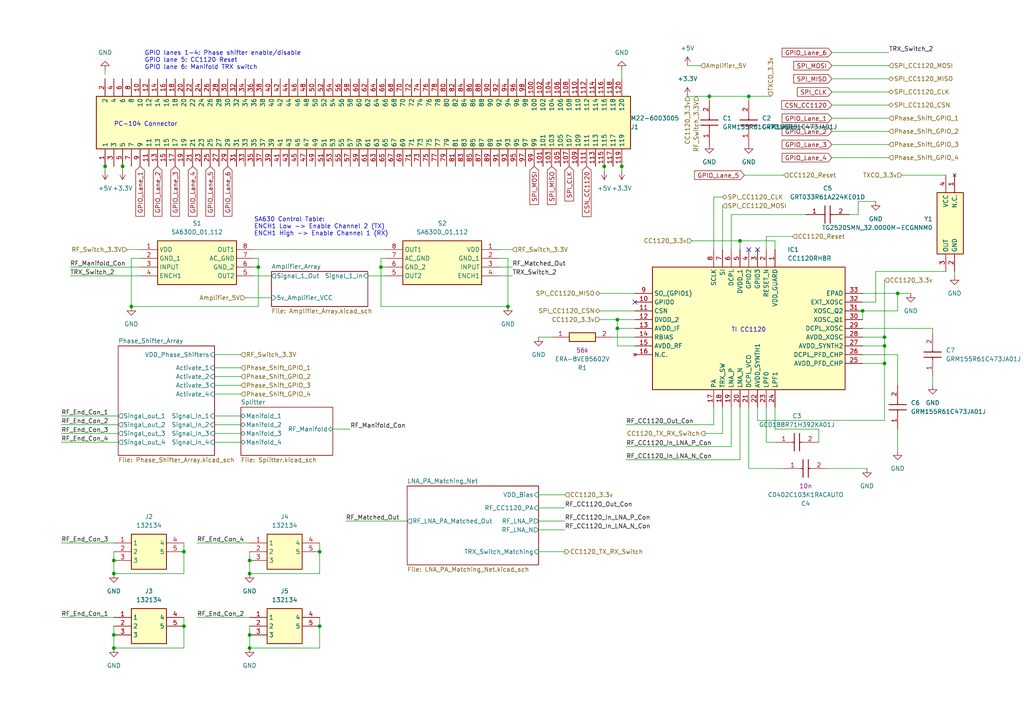
<source format=kicad_sch>
(kicad_sch (version 20230121) (generator eeschema)
  (paper "A4")
  (title_block (title "CAES Communications Subsystem Circuit") (date "2024-01-20") (rev "1.2") (company "Small Form Factor Sattellite Project / UTDesign"))
  (lib_symbols
    (symbol "Comms_system_parts:132134"
      (property "Reference" "J" (at 16.51 7.62 0))
      (property "Value" "132134" (at 16.51 5.08 0))
      (symbol "132134_1_1"
        (rectangle (start 5.08 2.54) (end 15.24 -7.62) (stroke (width 0.254)) (fill (type background)))
        (pin passive line (at 0 0 0) (length 5.08) (name "1") (number "1"))
        (pin passive line (at 0 -2.54 0) (length 5.08) (name "2") (number "2"))
        (pin passive line (at 0 -5.08 0) (length 5.08) (name "3") (number "3"))
        (pin passive line (at 20.32 0 180) (length 5.08) (name "4") (number "4"))
        (pin passive line (at 20.32 -2.54 180) (length 5.08) (name "5") (number "5"))
      )
    )
    (symbol "Comms_system_parts:C0402C103K1RACAUTO" (pin_names hide)
      (property "Reference" "C" (at 8.89 8.89 0))
      (property "Value" "C0402C103K1RACAUTO" (at 8.89 6.35 0))
      (property "C" "10n" (at 8.89 3.81 0))
      (symbol "C0402C103K1RACAUTO_1_1"
        (polyline (pts (xy 5.08 0) (xy 5.588 0)) (stroke (width 0.254)))
        (polyline (pts (xy 5.588 2.54) (xy 5.588 -2.54)) (stroke (width 0.254)))
        (polyline (pts (xy 7.112 0) (xy 7.62 0)) (stroke (width 0.254)))
        (polyline (pts (xy 7.112 2.54) (xy 7.112 -2.54)) (stroke (width 0.254)))
        (pin passive line (at 0 0 0) (length 5.08) (name "1") (number "1"))
        (pin passive line (at 12.7 0 180) (length 5.08) (name "2") (number "2"))
      )
    )
    (symbol "Comms_system_parts:CC1120RHBR"
      (property "Reference" "IC" (at 41.91 25.4 0))
      (property "Value" "CC1120RHBR" (at 41.91 22.86 0))
      (symbol "CC1120RHBR_1_1"
        (rectangle (start 5.08 20.32) (end 40.64 -35.56) (stroke (width 0.254)) (fill (type background)))
        (pin passive line (at 0 0 0) (length 5.08) (name "VDD_GUARD") (number "1"))
        (pin passive line (at 15.24 -40.64 90) (length 5.08) (name "GPIO0") (number "10"))
        (pin passive line (at 17.78 -40.64 90) (length 5.08) (name "CSN") (number "11"))
        (pin passive line (at 20.32 -40.64 90) (length 5.08) (name "DVDD_2") (number "12"))
        (pin passive line (at 22.86 -40.64 90) (length 5.08) (name "AVDD_IF") (number "13"))
        (pin passive line (at 25.4 -40.64 90) (length 5.08) (name "RBIAS") (number "14"))
        (pin passive line (at 27.94 -40.64 90) (length 5.08) (name "AVDD_RF") (number "15"))
        (pin no_connect line (at 30.48 -40.64 90) (length 5.08) (name "N.C.") (number "16"))
        (pin passive line (at 45.72 -17.78 180) (length 5.08) (name "PA") (number "17"))
        (pin passive line (at 45.72 -15.24 180) (length 5.08) (name "TRX_SW") (number "18"))
        (pin passive line (at 45.72 -12.7 180) (length 5.08) (name "LNA_P") (number "19"))
        (pin passive line (at 0 -2.54 0) (length 5.08) (name "RESET_N") (number "2"))
        (pin passive line (at 45.72 -10.16 180) (length 5.08) (name "LNA_N") (number "20"))
        (pin passive line (at 45.72 -7.62 180) (length 5.08) (name "DCPL_VCO") (number "21"))
        (pin passive line (at 45.72 -5.08 180) (length 5.08) (name "AVDD_SYNTH1") (number "22"))
        (pin passive line (at 45.72 -2.54 180) (length 5.08) (name "LPF0") (number "23"))
        (pin passive line (at 45.72 0 180) (length 5.08) (name "LPF1") (number "24"))
        (pin passive line (at 33.02 25.4 270) (length 5.08) (name "AVDD_PFD_CHP") (number "25"))
        (pin passive line (at 30.48 25.4 270) (length 5.08) (name "DCPL_PFD_CHP") (number "26"))
        (pin passive line (at 27.94 25.4 270) (length 5.08) (name "AVDD_SYNTH2") (number "27"))
        (pin passive line (at 25.4 25.4 270) (length 5.08) (name "AVDD_XOSC") (number "28"))
        (pin passive line (at 22.86 25.4 270) (length 5.08) (name "DCPL_XOSC") (number "29"))
        (pin passive line (at 0 -5.08 0) (length 5.08) (name "GPIO3") (number "3"))
        (pin passive line (at 20.32 25.4 270) (length 5.08) (name "XOSC_Q1") (number "30"))
        (pin passive line (at 17.78 25.4 270) (length 5.08) (name "XOSC_Q2") (number "31"))
        (pin passive line (at 15.24 25.4 270) (length 5.08) (name "EXT_XOSC") (number "32"))
        (pin passive line (at 12.7 25.4 270) (length 5.08) (name "EPAD") (number "33"))
        (pin passive line (at 0 -7.62 0) (length 5.08) (name "GPIO2") (number "4"))
        (pin passive line (at 0 -10.16 0) (length 5.08) (name "DVDD_1") (number "5"))
        (pin passive line (at 0 -12.7 0) (length 5.08) (name "DCPL") (number "6"))
        (pin passive line (at 0 -15.24 0) (length 5.08) (name "SI") (number "7"))
        (pin passive line (at 0 -17.78 0) (length 5.08) (name "SCLK") (number "8"))
        (pin passive line (at 12.7 -40.64 90) (length 5.08) (name "SO_(GPIO1)") (number "9"))
      )
    )
    (symbol "Comms_system_parts:ERA-8VEB5602V" (pin_names hide)
      (property "Reference" "R" (at 13.97 8.89 0))
      (property "Value" "ERA-8VEB5602V" (at 13.97 6.35 0))
      (property "R" "56k" (at 13.97 3.81 0))
      (symbol "ERA-8VEB5602V_1_1"
        (rectangle (start 5.08 1.27) (end 12.7 -1.27) (stroke (width 0.254)) (fill (type background)))
        (pin passive line (at 0 0 0) (length 5.08) (name "1") (number "1"))
        (pin passive line (at 17.78 0 180) (length 5.08) (name "2") (number "2"))
      )
    )
    (symbol "Comms_system_parts:GCD188R71H392KA01J" (pin_names hide)
      (property "Reference" "C" (at 8.89 6.35 0))
      (property "Value" "GCD188R71H392KA01J" (at 8.89 3.81 0))
      (symbol "GCD188R71H392KA01J_1_1"
        (polyline (pts (xy 5.08 0) (xy 5.588 0)) (stroke (width 0.254)))
        (polyline (pts (xy 5.588 2.54) (xy 5.588 -2.54)) (stroke (width 0.254)))
        (polyline (pts (xy 7.112 0) (xy 7.62 0)) (stroke (width 0.254)))
        (polyline (pts (xy 7.112 2.54) (xy 7.112 -2.54)) (stroke (width 0.254)))
        (pin passive line (at 0 0 0) (length 5.08) (name "1") (number "1"))
        (pin passive line (at 12.7 0 180) (length 5.08) (name "2") (number "2"))
      )
    )
    (symbol "Comms_system_parts:GRM155R61C473JA01J" (pin_names hide)
      (property "Reference" "C" (at 8.89 6.35 0))
      (property "Value" "GRM155R61C473JA01J" (at 8.89 3.81 0))
      (symbol "GRM155R61C473JA01J_1_1"
        (polyline (pts (xy 5.08 0) (xy 5.588 0)) (stroke (width 0.254)))
        (polyline (pts (xy 5.588 2.54) (xy 5.588 -2.54)) (stroke (width 0.254)))
        (polyline (pts (xy 7.112 0) (xy 7.62 0)) (stroke (width 0.254)))
        (polyline (pts (xy 7.112 2.54) (xy 7.112 -2.54)) (stroke (width 0.254)))
        (pin passive line (at 0 0 0) (length 5.08) (name "1") (number "1"))
        (pin passive line (at 12.7 0 180) (length 5.08) (name "2") (number "2"))
      )
    )
    (symbol "Comms_system_parts:GRT033R61A224KE01D" (pin_names hide)
      (property "Reference" "C" (at 8.89 6.35 0))
      (property "Value" "GRT033R61A224KE01D" (at 8.89 3.81 0))
      (property "Footprint" "comms_system_footprints:CAPC0603X33N" (at 8.89 -96.19 0))
      (symbol "GRT033R61A224KE01D_1_1"
        (polyline (pts (xy 5.08 0) (xy 5.588 0)) (stroke (width 0.254)))
        (polyline (pts (xy 5.588 2.54) (xy 5.588 -2.54)) (stroke (width 0.254)))
        (polyline (pts (xy 7.112 0) (xy 7.62 0)) (stroke (width 0.254)))
        (polyline (pts (xy 7.112 2.54) (xy 7.112 -2.54)) (stroke (width 0.254)))
        (pin passive line (at 0 0 0) (length 5.08) (name "1") (number "1"))
        (pin passive line (at 12.7 0 180) (length 5.08) (name "2") (number "2"))
      )
    )
    (symbol "Comms_system_parts:M22-6003005"
      (property "Reference" "J" (at 21.59 7.62 0))
      (property "Value" "M22-6003005" (at 21.59 5.08 0))
      (symbol "M22-6003005_1_1"
        (rectangle (start 5.08 2.54) (end 20.32 -152.4) (stroke (width 0.254)) (fill (type background)))
        (pin passive line (at 0 0 0) (length 5.08) (name "1") (number "1"))
        (pin passive line (at 25.4 -10.16 180) (length 5.08) (name "10") (number "10"))
        (pin passive line (at 25.4 -124.46 180) (length 5.08) (name "100") (number "100"))
        (pin passive line (at 0 -127 0) (length 5.08) (name "101") (number "101"))
        (pin passive line (at 25.4 -127 180) (length 5.08) (name "102") (number "102"))
        (pin passive line (at 0 -129.54 0) (length 5.08) (name "103") (number "103"))
        (pin passive line (at 25.4 -129.54 180) (length 5.08) (name "104") (number "104"))
        (pin passive line (at 0 -132.08 0) (length 5.08) (name "105") (number "105"))
        (pin passive line (at 25.4 -132.08 180) (length 5.08) (name "106") (number "106"))
        (pin passive line (at 0 -134.62 0) (length 5.08) (name "107") (number "107"))
        (pin passive line (at 25.4 -134.62 180) (length 5.08) (name "108") (number "108"))
        (pin passive line (at 0 -137.16 0) (length 5.08) (name "109") (number "109"))
        (pin passive line (at 0 -12.7 0) (length 5.08) (name "11") (number "11"))
        (pin passive line (at 25.4 -137.16 180) (length 5.08) (name "110") (number "110"))
        (pin passive line (at 0 -139.7 0) (length 5.08) (name "111") (number "111"))
        (pin passive line (at 25.4 -139.7 180) (length 5.08) (name "112") (number "112"))
        (pin passive line (at 0 -142.24 0) (length 5.08) (name "113") (number "113"))
        (pin passive line (at 25.4 -142.24 180) (length 5.08) (name "114") (number "114"))
        (pin passive line (at 0 -144.78 0) (length 5.08) (name "115") (number "115"))
        (pin passive line (at 25.4 -144.78 180) (length 5.08) (name "116") (number "116"))
        (pin passive line (at 0 -147.32 0) (length 5.08) (name "117") (number "117"))
        (pin passive line (at 25.4 -147.32 180) (length 5.08) (name "118") (number "118"))
        (pin passive line (at 0 -149.86 0) (length 5.08) (name "119") (number "119"))
        (pin passive line (at 25.4 -12.7 180) (length 5.08) (name "12") (number "12"))
        (pin passive line (at 25.4 -149.86 180) (length 5.08) (name "120") (number "120"))
        (pin passive line (at 0 -15.24 0) (length 5.08) (name "13") (number "13"))
        (pin passive line (at 25.4 -15.24 180) (length 5.08) (name "14") (number "14"))
        (pin passive line (at 0 -17.78 0) (length 5.08) (name "15") (number "15"))
        (pin passive line (at 25.4 -17.78 180) (length 5.08) (name "16") (number "16"))
        (pin passive line (at 0 -20.32 0) (length 5.08) (name "17") (number "17"))
        (pin passive line (at 25.4 -20.32 180) (length 5.08) (name "18") (number "18"))
        (pin passive line (at 0 -22.86 0) (length 5.08) (name "19") (number "19"))
        (pin passive line (at 25.4 0 180) (length 5.08) (name "2") (number "2"))
        (pin passive line (at 25.4 -22.86 180) (length 5.08) (name "20") (number "20"))
        (pin passive line (at 0 -25.4 0) (length 5.08) (name "21") (number "21"))
        (pin passive line (at 25.4 -25.4 180) (length 5.08) (name "22") (number "22"))
        (pin passive line (at 0 -27.94 0) (length 5.08) (name "23") (number "23"))
        (pin passive line (at 25.4 -27.94 180) (length 5.08) (name "24") (number "24"))
        (pin passive line (at 0 -30.48 0) (length 5.08) (name "25") (number "25"))
        (pin passive line (at 25.4 -30.48 180) (length 5.08) (name "26") (number "26"))
        (pin passive line (at 0 -33.02 0) (length 5.08) (name "27") (number "27"))
        (pin passive line (at 25.4 -33.02 180) (length 5.08) (name "28") (number "28"))
        (pin passive line (at 0 -35.56 0) (length 5.08) (name "29") (number "29"))
        (pin passive line (at 0 -2.54 0) (length 5.08) (name "3") (number "3"))
        (pin passive line (at 25.4 -35.56 180) (length 5.08) (name "30") (number "30"))
        (pin passive line (at 0 -38.1 0) (length 5.08) (name "31") (number "31"))
        (pin passive line (at 25.4 -38.1 180) (length 5.08) (name "32") (number "32"))
        (pin passive line (at 0 -40.64 0) (length 5.08) (name "33") (number "33"))
        (pin passive line (at 25.4 -40.64 180) (length 5.08) (name "34") (number "34"))
        (pin passive line (at 0 -43.18 0) (length 5.08) (name "35") (number "35"))
        (pin passive line (at 25.4 -43.18 180) (length 5.08) (name "36") (number "36"))
        (pin passive line (at 0 -45.72 0) (length 5.08) (name "37") (number "37"))
        (pin passive line (at 25.4 -45.72 180) (length 5.08) (name "38") (number "38"))
        (pin passive line (at 0 -48.26 0) (length 5.08) (name "39") (number "39"))
        (pin passive line (at 25.4 -2.54 180) (length 5.08) (name "4") (number "4"))
        (pin passive line (at 25.4 -48.26 180) (length 5.08) (name "40") (number "40"))
        (pin passive line (at 0 -50.8 0) (length 5.08) (name "41") (number "41"))
        (pin passive line (at 25.4 -50.8 180) (length 5.08) (name "42") (number "42"))
        (pin passive line (at 0 -53.34 0) (length 5.08) (name "43") (number "43"))
        (pin passive line (at 25.4 -53.34 180) (length 5.08) (name "44") (number "44"))
        (pin passive line (at 0 -55.88 0) (length 5.08) (name "45") (number "45"))
        (pin passive line (at 25.4 -55.88 180) (length 5.08) (name "46") (number "46"))
        (pin passive line (at 0 -58.42 0) (length 5.08) (name "47") (number "47"))
        (pin passive line (at 25.4 -58.42 180) (length 5.08) (name "48") (number "48"))
        (pin passive line (at 0 -60.96 0) (length 5.08) (name "49") (number "49"))
        (pin passive line (at 0 -5.08 0) (length 5.08) (name "5") (number "5"))
        (pin passive line (at 25.4 -60.96 180) (length 5.08) (name "50") (number "50"))
        (pin passive line (at 0 -63.5 0) (length 5.08) (name "51") (number "51"))
        (pin passive line (at 25.4 -63.5 180) (length 5.08) (name "52") (number "52"))
        (pin passive line (at 0 -66.04 0) (length 5.08) (name "53") (number "53"))
        (pin passive line (at 25.4 -66.04 180) (length 5.08) (name "54") (number "54"))
        (pin passive line (at 0 -68.58 0) (length 5.08) (name "55") (number "55"))
        (pin passive line (at 25.4 -68.58 180) (length 5.08) (name "56") (number "56"))
        (pin passive line (at 0 -71.12 0) (length 5.08) (name "57") (number "57"))
        (pin passive line (at 25.4 -71.12 180) (length 5.08) (name "58") (number "58"))
        (pin passive line (at 0 -73.66 0) (length 5.08) (name "59") (number "59"))
        (pin passive line (at 25.4 -5.08 180) (length 5.08) (name "6") (number "6"))
        (pin passive line (at 25.4 -73.66 180) (length 5.08) (name "60") (number "60"))
        (pin passive line (at 0 -76.2 0) (length 5.08) (name "61") (number "61"))
        (pin passive line (at 25.4 -76.2 180) (length 5.08) (name "62") (number "62"))
        (pin passive line (at 0 -78.74 0) (length 5.08) (name "63") (number "63"))
        (pin passive line (at 25.4 -78.74 180) (length 5.08) (name "64") (number "64"))
        (pin passive line (at 0 -81.28 0) (length 5.08) (name "65") (number "65"))
        (pin passive line (at 25.4 -81.28 180) (length 5.08) (name "66") (number "66"))
        (pin passive line (at 0 -83.82 0) (length 5.08) (name "67") (number "67"))
        (pin passive line (at 25.4 -83.82 180) (length 5.08) (name "68") (number "68"))
        (pin passive line (at 0 -86.36 0) (length 5.08) (name "69") (number "69"))
        (pin passive line (at 0 -7.62 0) (length 5.08) (name "7") (number "7"))
        (pin passive line (at 25.4 -86.36 180) (length 5.08) (name "70") (number "70"))
        (pin passive line (at 0 -88.9 0) (length 5.08) (name "71") (number "71"))
        (pin passive line (at 25.4 -88.9 180) (length 5.08) (name "72") (number "72"))
        (pin passive line (at 0 -91.44 0) (length 5.08) (name "73") (number "73"))
        (pin passive line (at 25.4 -91.44 180) (length 5.08) (name "74") (number "74"))
        (pin passive line (at 0 -93.98 0) (length 5.08) (name "75") (number "75"))
        (pin passive line (at 25.4 -93.98 180) (length 5.08) (name "76") (number "76"))
        (pin passive line (at 0 -96.52 0) (length 5.08) (name "77") (number "77"))
        (pin passive line (at 25.4 -96.52 180) (length 5.08) (name "78") (number "78"))
        (pin passive line (at 0 -99.06 0) (length 5.08) (name "79") (number "79"))
        (pin passive line (at 25.4 -7.62 180) (length 5.08) (name "8") (number "8"))
        (pin passive line (at 25.4 -99.06 180) (length 5.08) (name "80") (number "80"))
        (pin passive line (at 0 -101.6 0) (length 5.08) (name "81") (number "81"))
        (pin passive line (at 25.4 -101.6 180) (length 5.08) (name "82") (number "82"))
        (pin passive line (at 0 -104.14 0) (length 5.08) (name "83") (number "83"))
        (pin passive line (at 25.4 -104.14 180) (length 5.08) (name "84") (number "84"))
        (pin passive line (at 0 -106.68 0) (length 5.08) (name "85") (number "85"))
        (pin passive line (at 25.4 -106.68 180) (length 5.08) (name "86") (number "86"))
        (pin passive line (at 0 -109.22 0) (length 5.08) (name "87") (number "87"))
        (pin passive line (at 25.4 -109.22 180) (length 5.08) (name "88") (number "88"))
        (pin passive line (at 0 -111.76 0) (length 5.08) (name "89") (number "89"))
        (pin passive line (at 0 -10.16 0) (length 5.08) (name "9") (number "9"))
        (pin passive line (at 25.4 -111.76 180) (length 5.08) (name "90") (number "90"))
        (pin passive line (at 0 -114.3 0) (length 5.08) (name "91") (number "91"))
        (pin passive line (at 25.4 -114.3 180) (length 5.08) (name "92") (number "92"))
        (pin passive line (at 0 -116.84 0) (length 5.08) (name "93") (number "93"))
        (pin passive line (at 25.4 -116.84 180) (length 5.08) (name "94") (number "94"))
        (pin passive line (at 0 -119.38 0) (length 5.08) (name "95") (number "95"))
        (pin passive line (at 25.4 -119.38 180) (length 5.08) (name "96") (number "96"))
        (pin passive line (at 0 -121.92 0) (length 5.08) (name "97") (number "97"))
        (pin passive line (at 25.4 -121.92 180) (length 5.08) (name "98") (number "98"))
        (pin passive line (at 0 -124.46 0) (length 5.08) (name "99") (number "99"))
      )
    )
    (symbol "Comms_system_parts:SA630D_01,112"
      (property "Reference" "S" (at 29.21 7.62 0))
      (property "Value" "SA630D_01,112" (at 29.21 5.08 0))
      (symbol "SA630D_01,112_1_1"
        (rectangle (start 5.08 2.54) (end 27.94 -10.16) (stroke (width 0.254)) (fill (type background)))
        (pin passive line (at 0 0 0) (length 5.08) (name "VDD") (number "1"))
        (pin passive line (at 0 -2.54 0) (length 5.08) (name "GND_1") (number "2"))
        (pin passive line (at 0 -5.08 0) (length 5.08) (name "INPUT") (number "3"))
        (pin passive line (at 0 -7.62 0) (length 5.08) (name "ENCH1") (number "4"))
        (pin passive line (at 33.02 -7.62 180) (length 5.08) (name "OUT2") (number "5"))
        (pin passive line (at 33.02 -5.08 180) (length 5.08) (name "GND_2") (number "6"))
        (pin passive line (at 33.02 -2.54 180) (length 5.08) (name "AC_GND") (number "7"))
        (pin passive line (at 33.02 0 180) (length 5.08) (name "OUT1") (number "8"))
      )
    )
    (symbol "Comms_system_parts:TG2520SMN_32.0000M-ECGNNM0"
      (property "Reference" "Y" (at 24.13 7.62 0))
      (property "Value" "TG2520SMN_32.0000M-ECGNNM0" (at 24.13 5.08 0))
      (symbol "TG2520SMN_32.0000M-ECGNNM0_1_1"
        (rectangle (start 5.08 2.54) (end 22.86 -5.08) (stroke (width 0.254)) (fill (type background)))
        (pin no_connect line (at 0 -2.54 0) (length 5.08) (name "N.C.") (number "1"))
        (pin passive line (at 27.94 -2.54 180) (length 5.08) (name "GND") (number "2"))
        (pin passive line (at 27.94 0 180) (length 5.08) (name "OUT") (number "3"))
        (pin passive line (at 0 0 0) (length 5.08) (name "VCC") (number "4"))
      )
    )
    (symbol "power:+3.3V" (power) (pin_names (offset 0))
      (property "Value" "+3.3V" (at 0 3.556 0))
      (symbol "+3.3V_0_1"
        (polyline (pts (xy -0.762 1.27) (xy 0 2.54)))
        (polyline (pts (xy 0 0) (xy 0 2.54)))
        (polyline (pts (xy 0 2.54) (xy 0.762 1.27)))
      )
      (symbol "+3.3V_1_1"
        (pin power_in line (at 0 0 90) (length 0) hide (name "+3.3V") (number "1"))
      )
    )
    (symbol "power:+5V" (power) (pin_names (offset 0))
      (property "Value" "+5V" (at 0 3.556 0))
      (symbol "+5V_0_1"
        (polyline (pts (xy -0.762 1.27) (xy 0 2.54)))
        (polyline (pts (xy 0 0) (xy 0 2.54)))
        (polyline (pts (xy 0 2.54) (xy 0.762 1.27)))
      )
      (symbol "+5V_1_1"
        (pin power_in line (at 0 0 90) (length 0) hide (name "+5V") (number "1"))
      )
    )
    (symbol "power:GND" (power) (pin_names (offset 0))
      (property "Value" "GND" (at 0 -3.81 0))
      (symbol "GND_0_1"
        (polyline (pts (xy 0 0) (xy 0 -1.27) (xy 1.27 -1.27) (xy 0 -2.54) (xy -1.27 -1.27) (xy 0 -1.27)))
      )
      (symbol "GND_1_1"
        (pin power_in line (at 0 0 270) (length 0) hide (name "GND") (number "1"))
      )
    )
  )
  (junction (at 33.02 166.37))
  (junction (at 92.71 181.61))
  (junction (at 217.17 27.94))
  (junction (at 30.48 48.26))
  (junction (at 179.07 95.25))
  (junction (at 214.63 69.85))
  (junction (at 33.02 162.56))
  (junction (at 92.71 160.02))
  (junction (at 33.02 184.15))
  (junction (at 72.39 187.96))
  (junction (at 35.56 48.26))
  (junction (at 256.54 100.33))
  (junction (at 72.39 166.37))
  (junction (at 256.54 97.79))
  (junction (at 256.54 105.41))
  (junction (at 147.32 88.9))
  (junction (at 33.02 187.96))
  (junction (at 72.39 162.56))
  (junction (at 72.39 184.15))
  (junction (at 205.74 27.94))
  (junction (at 175.26 48.26))
  (junction (at 38.1 88.9))
  (junction (at 74.93 77.47))
  (junction (at 110.49 77.47))
  (junction (at 53.34 181.61))
  (junction (at 53.34 160.02))
  (junction (at 179.07 92.71))
  (junction (at 180.34 48.26))
  (junction (at 260.35 85.09))
  (junction (at 250.19 90.17))
  (no_connect (at 219.71 72.39))
  (no_connect (at 217.17 72.39))
  (no_connect (at 184.15 87.63))
  (wire (pts (xy 62.23 111.76) (xy 69.85 111.76)))
  (wire (pts (xy 212.09 62.23) (xy 233.68 62.23)))
  (wire (pts (xy 73.66 80.01) (xy 78.74 80.01)))
  (wire (pts (xy 92.71 157.48) (xy 92.71 160.02)))
  (wire (pts (xy 62.23 120.65) (xy 69.85 120.65)))
  (wire (pts (xy 110.49 74.93) (xy 110.49 77.47)))
  (wire (pts (xy 248.92 58.42) (xy 248.92 62.23)))
  (wire (pts (xy 241.3 30.48) (xy 257.81 30.48)))
  (wire (pts (xy 72.39 162.56) (xy 72.39 166.37)))
  (wire (pts (xy 175.26 48.26) (xy 175.26 49.53)))
  (wire (pts (xy 92.71 181.61) (xy 92.71 187.96)))
  (wire (pts (xy 62.23 109.22) (xy 69.85 109.22)))
  (wire (pts (xy 222.25 68.58) (xy 229.87 68.58)))
  (wire (pts (xy 209.55 59.69) (xy 209.55 72.39)))
  (wire (pts (xy 53.34 160.02) (xy 53.34 166.37)))
  (wire (pts (xy 62.23 125.73) (xy 69.85 125.73)))
  (wire (pts (xy 156.21 153.67) (xy 163.83 153.67)))
  (wire (pts (xy 224.79 69.85) (xy 214.63 69.85)))
  (wire (pts (xy 180.34 48.26) (xy 180.34 49.53)))
  (wire (pts (xy 175.26 45.72) (xy 175.26 48.26)))
  (wire (pts (xy 256.54 81.28) (xy 256.54 97.79)))
  (wire (pts (xy 214.63 69.85) (xy 200.66 69.85)))
  (wire (pts (xy 144.78 77.47) (xy 148.59 77.47)))
  (wire (pts (xy 180.34 22.86) (xy 180.34 20.32)))
  (wire (pts (xy 241.3 41.91) (xy 257.81 41.91)))
  (wire (pts (xy 250.19 100.33) (xy 256.54 100.33)))
  (wire (pts (xy 241.3 22.86) (xy 257.81 22.86)))
  (wire (pts (xy 219.71 121.92) (xy 219.71 118.11)))
  (wire (pts (xy 222.25 118.11) (xy 222.25 128.27)))
  (wire (pts (xy 156.21 97.79) (xy 160.02 97.79)))
  (wire (pts (xy 241.3 45.72) (xy 257.81 45.72)))
  (wire (pts (xy 250.19 102.87) (xy 260.35 102.87)))
  (wire (pts (xy 156.21 151.13) (xy 163.83 151.13)))
  (wire (pts (xy 173.99 90.17) (xy 184.15 90.17)))
  (wire (pts (xy 180.34 45.72) (xy 180.34 48.26)))
  (wire (pts (xy 57.15 157.48) (xy 72.39 157.48)))
  (wire (pts (xy 270.51 109.22) (xy 270.51 111.76)))
  (wire (pts (xy 17.78 157.48) (xy 33.02 157.48)))
  (wire (pts (xy 217.17 27.94) (xy 217.17 29.21)))
  (wire (pts (xy 74.93 74.93) (xy 73.66 74.93)))
  (wire (pts (xy 30.48 45.72) (xy 30.48 48.26)))
  (wire (pts (xy 111.76 74.93) (xy 110.49 74.93)))
  (wire (pts (xy 17.78 120.65) (xy 34.29 120.65)))
  (wire (pts (xy 207.01 118.11) (xy 207.01 123.19)))
  (wire (pts (xy 33.02 160.02) (xy 33.02 162.56)))
  (wire (pts (xy 17.78 125.73) (xy 34.29 125.73)))
  (wire (pts (xy 62.23 106.68) (xy 69.85 106.68)))
  (wire (pts (xy 241.3 19.05) (xy 257.81 19.05)))
  (wire (pts (xy 173.99 85.09) (xy 184.15 85.09)))
  (wire (pts (xy 20.32 77.47) (xy 40.64 77.47)))
  (wire (pts (xy 217.17 27.94) (xy 223.52 27.94)))
  (wire (pts (xy 33.02 166.37) (xy 53.34 166.37)))
  (wire (pts (xy 110.49 88.9) (xy 147.32 88.9)))
  (wire (pts (xy 38.1 74.93) (xy 40.64 74.93)))
  (wire (pts (xy 205.74 27.94) (xy 217.17 27.94)))
  (wire (pts (xy 62.23 102.87) (xy 69.85 102.87)))
  (wire (pts (xy 254 87.63) (xy 254 78.74)))
  (wire (pts (xy 71.12 86.36) (xy 78.74 86.36)))
  (wire (pts (xy 207.01 57.15) (xy 207.01 72.39)))
  (wire (pts (xy 181.61 129.54) (xy 212.09 129.54)))
  (wire (pts (xy 241.3 15.24) (xy 257.81 15.24)))
  (wire (pts (xy 33.02 187.96) (xy 53.34 187.96)))
  (wire (pts (xy 181.61 123.19) (xy 207.01 123.19)))
  (wire (pts (xy 214.63 69.85) (xy 214.63 72.39)))
  (wire (pts (xy 250.19 105.41) (xy 256.54 105.41)))
  (wire (pts (xy 256.54 105.41) (xy 256.54 100.33)))
  (wire (pts (xy 72.39 166.37) (xy 92.71 166.37)))
  (wire (pts (xy 260.35 102.87) (xy 260.35 111.76)))
  (wire (pts (xy 219.71 121.92) (xy 256.54 121.92)))
  (wire (pts (xy 74.93 74.93) (xy 74.93 77.47)))
  (wire (pts (xy 212.09 72.39) (xy 212.09 62.23)))
  (wire (pts (xy 256.54 97.79) (xy 256.54 100.33)))
  (wire (pts (xy 184.15 95.25) (xy 179.07 95.25)))
  (wire (pts (xy 250.19 97.79) (xy 256.54 97.79)))
  (wire (pts (xy 57.15 179.07) (xy 72.39 179.07)))
  (wire (pts (xy 148.59 80.01) (xy 144.78 80.01)))
  (wire (pts (xy 209.55 125.73) (xy 209.55 118.11)))
  (wire (pts (xy 254 78.74) (xy 274.32 78.74)))
  (wire (pts (xy 20.32 80.01) (xy 40.64 80.01)))
  (wire (pts (xy 110.49 77.47) (xy 110.49 88.9)))
  (wire (pts (xy 106.68 80.01) (xy 111.76 80.01)))
  (wire (pts (xy 156.21 147.32) (xy 163.83 147.32)))
  (wire (pts (xy 92.71 179.07) (xy 92.71 181.61)))
  (wire (pts (xy 224.79 72.39) (xy 224.79 69.85)))
  (wire (pts (xy 38.1 74.93) (xy 38.1 88.9)))
  (wire (pts (xy 222.25 128.27) (xy 224.79 128.27)))
  (wire (pts (xy 35.56 45.72) (xy 35.56 48.26)))
  (wire (pts (xy 260.35 124.46) (xy 260.35 130.81)))
  (wire (pts (xy 260.35 85.09) (xy 260.35 90.17)))
  (wire (pts (xy 33.02 162.56) (xy 33.02 166.37)))
  (wire (pts (xy 74.93 77.47) (xy 73.66 77.47)))
  (wire (pts (xy 270.51 95.25) (xy 270.51 96.52)))
  (wire (pts (xy 179.07 95.25) (xy 179.07 92.71)))
  (wire (pts (xy 214.63 118.11) (xy 214.63 133.35)))
  (wire (pts (xy 248.92 58.42) (xy 254 58.42)))
  (wire (pts (xy 241.3 34.29) (xy 257.81 34.29)))
  (wire (pts (xy 215.9 50.8) (xy 227.33 50.8)))
  (wire (pts (xy 224.79 124.46) (xy 224.79 118.11)))
  (wire (pts (xy 33.02 184.15) (xy 33.02 187.96)))
  (wire (pts (xy 33.02 181.61) (xy 33.02 184.15)))
  (wire (pts (xy 237.49 124.46) (xy 237.49 128.27)))
  (wire (pts (xy 72.39 184.15) (xy 72.39 187.96)))
  (wire (pts (xy 224.79 124.46) (xy 237.49 124.46)))
  (wire (pts (xy 179.07 95.25) (xy 179.07 100.33)))
  (wire (pts (xy 250.19 85.09) (xy 260.35 85.09)))
  (wire (pts (xy 62.23 128.27) (xy 69.85 128.27)))
  (wire (pts (xy 261.62 50.8) (xy 274.32 50.8)))
  (wire (pts (xy 156.21 143.51) (xy 163.83 143.51)))
  (wire (pts (xy 260.35 85.09) (xy 264.16 85.09)))
  (wire (pts (xy 212.09 118.11) (xy 212.09 129.54)))
  (wire (pts (xy 250.19 95.25) (xy 270.51 95.25)))
  (wire (pts (xy 217.17 118.11) (xy 217.17 135.89)))
  (wire (pts (xy 209.55 57.15) (xy 207.01 57.15)))
  (wire (pts (xy 96.52 124.46) (xy 101.6 124.46)))
  (wire (pts (xy 276.86 80.01) (xy 276.86 78.74)))
  (wire (pts (xy 92.71 160.02) (xy 92.71 166.37)))
  (wire (pts (xy 217.17 135.89) (xy 227.33 135.89)))
  (wire (pts (xy 100.33 151.13) (xy 118.11 151.13)))
  (wire (pts (xy 173.99 92.71) (xy 179.07 92.71)))
  (wire (pts (xy 73.66 72.39) (xy 111.76 72.39)))
  (wire (pts (xy 17.78 128.27) (xy 34.29 128.27)))
  (wire (pts (xy 256.54 105.41) (xy 256.54 121.92)))
  (wire (pts (xy 62.23 114.3) (xy 69.85 114.3)))
  (wire (pts (xy 181.61 133.35) (xy 214.63 133.35)))
  (wire (pts (xy 17.78 123.19) (xy 34.29 123.19)))
  (wire (pts (xy 246.38 62.23) (xy 248.92 62.23)))
  (wire (pts (xy 35.56 48.26) (xy 35.56 49.53)))
  (wire (pts (xy 110.49 77.47) (xy 111.76 77.47)))
  (wire (pts (xy 72.39 187.96) (xy 92.71 187.96)))
  (wire (pts (xy 250.19 90.17) (xy 260.35 90.17)))
  (wire (pts (xy 179.07 100.33) (xy 184.15 100.33)))
  (wire (pts (xy 250.19 87.63) (xy 254 87.63)))
  (wire (pts (xy 199.39 27.94) (xy 205.74 27.94)))
  (wire (pts (xy 74.93 88.9) (xy 38.1 88.9)))
  (wire (pts (xy 53.34 157.48) (xy 53.34 160.02)))
  (wire (pts (xy 241.3 26.67) (xy 257.81 26.67)))
  (wire (pts (xy 74.93 77.47) (xy 74.93 88.9)))
  (wire (pts (xy 53.34 181.61) (xy 53.34 187.96)))
  (wire (pts (xy 62.23 123.19) (xy 69.85 123.19)))
  (wire (pts (xy 53.34 179.07) (xy 53.34 181.61)))
  (wire (pts (xy 250.19 90.17) (xy 250.19 92.71)))
  (wire (pts (xy 177.8 97.79) (xy 184.15 97.79)))
  (wire (pts (xy 222.25 72.39) (xy 222.25 68.58)))
  (wire (pts (xy 147.32 74.93) (xy 144.78 74.93)))
  (wire (pts (xy 72.39 160.02) (xy 72.39 162.56)))
  (wire (pts (xy 30.48 48.26) (xy 30.48 49.53)))
  (wire (pts (xy 240.03 135.89) (xy 251.46 135.89)))
  (wire (pts (xy 179.07 92.71) (xy 184.15 92.71)))
  (wire (pts (xy 17.78 179.07) (xy 33.02 179.07)))
  (wire (pts (xy 30.48 21.59) (xy 30.48 20.32)))
  (wire (pts (xy 156.21 160.02) (xy 163.83 160.02)))
  (wire (pts (xy 144.78 72.39) (xy 148.59 72.39)))
  (wire (pts (xy 199.39 19.05) (xy 203.2 19.05)))
  (wire (pts (xy 147.32 74.93) (xy 147.32 88.9)))
  (wire (pts (xy 72.39 181.61) (xy 72.39 184.15)))
  (wire (pts (xy 241.3 38.1) (xy 257.81 38.1)))
  (wire (pts (xy 205.74 27.94) (xy 205.74 29.21)))
  (wire (pts (xy 204.47 125.73) (xy 209.55 125.73)))
  (wire (pts (xy 36.83 72.39) (xy 40.64 72.39)))
  (text "SA630 Control Table:\nENCH1 Low -> Enable Channel 2 (TX)\nENCH1 High -> Enable Channel 1 (RX)\n" (at 73.66 68.58 0) (effects (font (size 1.27 1.27)) (justify left bottom)))
  (text "GPIO lanes 1-4: Phase shifter enable/disable\nGPIO lane 5: CC1120 Reset\nGPIO lane 6: Manifold TRX switch\n" (at 41.91 20.32 0) (effects (font (size 1.27 1.27)) (justify left bottom)))
  (text "TI CC1120\n" (at 212.09 96.52 0) (effects (font (size 1.27 1.27)) (justify left bottom)))
  (text "PC-104 Connector\n" (at 33.02 36.83 0) (effects (font (size 1.27 1.27)) (justify left bottom)))
  (label "TRX_Switch_2" (at 20.32 80.01 0))
  (label "TRX_Switch_2" (at 148.59 80.01 0))
  (label "RF_Manifold_Con" (at 20.32 77.47 0))
  (label "RF_CC1120_Out_Con" (at 181.61 123.19 0))
  (label "RF_End_Con_3" (at 17.78 125.73 0))
  (label "RF_CC1120_In_LNA_N_Con" (at 163.83 153.67 0))
  (label "RF_CC1120_In_LNA_P_Con" (at 163.83 151.13 0))
  (label "RF_End_Con_2" (at 57.15 179.07 0))
  (label "RF_CC1120_In_LNA_P_Con" (at 181.61 129.54 0))
  (label "TRX_Switch_2" (at 257.81 15.24 0))
  (label "RF_End_Con_1" (at 17.78 179.07 0))
  (label "RF_End_Con_2" (at 17.78 123.19 0))
  (label "RF_CC1120_Out_Con" (at 163.83 147.32 0))
  (label "RF_Matched_Out" (at 148.59 77.47 0))
  (label "RF_CC1120_In_LNA_N_Con" (at 181.61 133.35 0))
  (label "RF_End_Con_1" (at 17.78 120.65 0))
  (label "RF_End_Con_3" (at 17.78 157.48 0))
  (label "RF_End_Con_4" (at 17.78 128.27 0))
  (label "RF_Manifold_Con" (at 101.6 124.46 0))
  (label "RF_Matched_Out" (at 100.33 151.13 0))
  (label "RF_End_Con_4" (at 57.15 157.48 0))
  (global_label "SPI_CLK" (shape input) (at 241.3 26.67 180) (property "Intersheetrefs" "${INTERSHEET_REFS}" (effects hide)))
  (global_label "GPIO_Lane_6" (shape input) (at 241.3 15.24 180) (property "Intersheetrefs" "${INTERSHEET_REFS}" (effects hide)))
  (global_label "GPIO_Lane_4" (shape input) (at 241.3 45.72 180) (property "Intersheetrefs" "${INTERSHEET_REFS}" (effects hide)))
  (global_label "GPIO_Lane_1" (shape input) (at 40.64 48.26 270) (property "Intersheetrefs" "${INTERSHEET_REFS}" (effects hide)))
  (global_label "SPI_MISO" (shape input) (at 241.3 22.86 180) (property "Intersheetrefs" "${INTERSHEET_REFS}" (effects hide)))
  (global_label "GPIO_Lane_2" (shape input) (at 241.3 38.1 180) (property "Intersheetrefs" "${INTERSHEET_REFS}" (effects hide)))
  (global_label "GPIO_Lane_3" (shape input) (at 241.3 41.91 180) (property "Intersheetrefs" "${INTERSHEET_REFS}" (effects hide)))
  (global_label "CSN_CC1120" (shape input) (at 170.18 48.26 270) (property "Intersheetrefs" "${INTERSHEET_REFS}" (effects hide)))
  (global_label "GPIO_Lane_5" (shape input) (at 215.9 50.8 180) (property "Intersheetrefs" "${INTERSHEET_REFS}" (effects hide)))
  (global_label "GPIO_Lane_5" (shape input) (at 60.96 48.26 270) (property "Intersheetrefs" "${INTERSHEET_REFS}" (effects hide)))
  (global_label "GPIO_Lane_3" (shape input) (at 50.8 48.26 270) (property "Intersheetrefs" "${INTERSHEET_REFS}" (effects hide)))
  (global_label "CSN_CC1120" (shape input) (at 241.3 30.48 180) (property "Intersheetrefs" "${INTERSHEET_REFS}" (effects hide)))
  (global_label "GPIO_Lane_2" (shape input) (at 45.72 48.26 270) (property "Intersheetrefs" "${INTERSHEET_REFS}" (effects hide)))
  (global_label "SPI_CLK" (shape input) (at 165.1 48.26 270) (property "Intersheetrefs" "${INTERSHEET_REFS}" (effects hide)))
  (global_label "GPIO_Lane_6" (shape input) (at 66.04 48.26 270) (property "Intersheetrefs" "${INTERSHEET_REFS}" (effects hide)))
  (global_label "SPI_MOSI" (shape input) (at 241.3 19.05 180) (property "Intersheetrefs" "${INTERSHEET_REFS}" (effects hide)))
  (global_label "GPIO_Lane_4" (shape input) (at 55.88 48.26 270) (property "Intersheetrefs" "${INTERSHEET_REFS}" (effects hide)))
  (global_label "GPIO_Lane_1" (shape input) (at 241.3 34.29 180) (property "Intersheetrefs" "${INTERSHEET_REFS}" (effects hide)))
  (global_label "SPI_MOSI" (shape input) (at 154.94 48.26 270) (property "Intersheetrefs" "${INTERSHEET_REFS}" (effects hide)))
  (global_label "SPI_MISO" (shape input) (at 160.02 48.26 270) (property "Intersheetrefs" "${INTERSHEET_REFS}" (effects hide)))
  (hierarchical_label "Amplifier_5V" (shape input) (at 203.2 19.05 0))
  (hierarchical_label "SPI_CC1120_CSN" (shape bidirectional) (at 173.99 90.17 180))
  (hierarchical_label "TXCO_3.3v" (shape input) (at 223.52 27.94 90))
  (hierarchical_label "CC1120_TX_RX_Switch" (shape output) (at 163.83 160.02 0))
  (hierarchical_label "Amplifier_5V" (shape input) (at 71.12 86.36 180))
  (hierarchical_label "SPI_CC1120_MISO" (shape bidirectional) (at 173.99 85.09 180))
  (hierarchical_label "RF_Switch_3.3V" (shape input) (at 148.59 72.39 0))
  (hierarchical_label "Phase_Shift_GPIO_3" (shape input) (at 69.85 111.76 0))
  (hierarchical_label "CC1120_3.3v" (shape input) (at 173.99 92.71 180))
  (hierarchical_label "Phase_Shift_GPIO_3" (shape input) (at 257.81 41.91 0))
  (hierarchical_label "SPI_CC1120_CLK" (shape bidirectional) (at 209.55 57.15 0))
  (hierarchical_label "RF_Switch_3.3V" (shape input) (at 69.85 102.87 0))
  (hierarchical_label "TXCO_3.3v" (shape input) (at 261.62 50.8 180))
  (hierarchical_label "CC1120_TX_RX_Switch" (shape output) (at 204.47 125.73 180))
  (hierarchical_label "CC1120_Reset" (shape input) (at 227.33 50.8 0))
  (hierarchical_label "Phase_Shift_GPIO_2" (shape input) (at 69.85 109.22 0))
  (hierarchical_label "RF_Switch_3.3V" (shape input) (at 201.93 27.94 270))
  (hierarchical_label "SPI_CC1120_CSN" (shape bidirectional) (at 257.81 30.48 0))
  (hierarchical_label "Phase_Shift_GPIO_4" (shape input) (at 257.81 45.72 0))
  (hierarchical_label "CC1120_3.3v" (shape input) (at 200.66 69.85 180))
  (hierarchical_label "SPI_CC1120_MOSI" (shape input) (at 257.81 19.05 0))
  (hierarchical_label "Phase_Shift_GPIO_2" (shape input) (at 257.81 38.1 0))
  (hierarchical_label "SPI_CC1120_MOSI" (shape input) (at 209.55 59.69 0))
  (hierarchical_label "RF_Switch_3.3V" (shape input) (at 36.83 72.39 180))
  (hierarchical_label "CC1120_Reset" (shape input) (at 229.87 68.58 0))
  (hierarchical_label "CC1120_3.3v" (shape input) (at 256.54 81.28 0))
  (hierarchical_label "Phase_Shift_GPIO_1" (shape input) (at 69.85 106.68 0))
  (hierarchical_label "Phase_Shift_GPIO_4" (shape input) (at 69.85 114.3 0))
  (hierarchical_label "CC1120_3.3v" (shape input) (at 199.39 27.94 270))
  (hierarchical_label "CC1120_3.3v" (shape input) (at 163.83 143.51 0))
  (hierarchical_label "Phase_Shift_GPIO_1" (shape input) (at 257.81 34.29 0))
  (hierarchical_label "SPI_CC1120_CLK" (shape bidirectional) (at 257.81 26.67 0))
  (hierarchical_label "SPI_CC1120_MISO" (shape bidirectional) (at 257.81 22.86 0))
  (symbol (lib_id "Comms_system_parts:ERA-8VEB5602V") (at 160.02 97.79 0) (mirror x) (unit 1)
    (property "Reference" "R1" (at 168.91 106.68 0))
    (property "Value" "ERA-8VEB5602V" (at 168.91 104.14 0))
    (property "Footprint" "comms_system_footprints:ERA8KEB1004V" (effects hide))
    (property "Datasheet" "https://industrial.panasonic.com/cdbs/www-data/pdf/RDM0000/RDM0000C331.pdf" (effects hide))
    (property "Height" "0.65" (effects hide))
    (property "Manufacturer_Name" "Panasonic" (effects hide))
    (property "Manufacturer_Part_Number" "ERA-8VEB5602V" (effects hide))
    (property "R" "56k" (at 168.91 101.6 0))
  )
  (symbol (lib_id "power:GND") (at 251.46 135.89 0) (unit 1)
    (property "Reference" "#PWR018" (effects hide))
    (property "Value" "GND" (at 251.46 140.97 0))
  )
  (symbol (lib_id "power:GND") (at 33.02 166.37 0) (unit 1)
    (property "Reference" "#PWR03" (effects hide))
    (property "Value" "GND" (at 33.02 171.45 0))
  )
  (symbol (lib_id "power:+3.3V") (at 35.56 49.53 180) (unit 1)
    (property "Reference" "#PWR05" (effects hide))
    (property "Value" "+3.3V" (at 35.56 54.61 0))
  )
  (symbol (lib_id "power:GND") (at 205.74 41.91 0) (unit 1)
    (property "Reference" "#PWR016" (effects hide))
    (property "Value" "GND" (at 205.74 46.99 0))
  )
  (symbol (lib_id "power:GND") (at 72.39 187.96 0) (unit 1)
    (property "Reference" "#PWR08" (effects hide))
    (property "Value" "GND" (at 72.39 193.04 0))
  )
  (symbol (lib_id "Comms_system_parts:132134") (at 72.39 179.07 0) (unit 1)
    (property "Reference" "J5" (at 82.55 171.45 0))
    (property "Value" "132134" (at 82.55 173.99 0))
    (property "Footprint" "132134" (effects hide))
    (property "Datasheet" "https://datasheet.datasheetarchive.com/originals/distributors/Datasheets-DGA15/760440.pdf" (effects hide))
    (property "Height" "9.53" (effects hide))
    (property "Manufacturer_Name" "Amphenol" (effects hide))
    (property "Manufacturer_Part_Number" "132134" (effects hide))
    (property "Mouser Part Number" "523-132134" (effects hide))
    (property "Mouser Price/Stock" "https://www.mouser.co.uk/ProductDetail/Amphenol-RF/132134?qs=b8dDPpdgesvQEpS4IQp3aA%3D%3D" (effects hide))
    (property "Arrow Part Number" "132134" (effects hide))
    (property "Arrow Price/Stock" "https://www.arrow.com/en/products/132134/amphenol-rf?region=nac" (effects hide))
  )
  (symbol (lib_id "power:+3.3V") (at 199.39 27.94 0) (mirror y) (unit 1)
    (property "Reference" "#PWR015" (effects hide))
    (property "Value" "+3.3V" (at 199.39 22.86 0))
  )
  (symbol (lib_id "power:GND") (at 254 58.42 0) (unit 1)
    (property "Reference" "#PWR019" (effects hide))
    (property "Value" "GND" (at 254 63.5 0))
  )
  (symbol (lib_id "power:GND") (at 270.51 111.76 0) (unit 1)
    (property "Reference" "#PWR022" (effects hide))
    (property "Value" "GND" (at 270.51 116.84 0))
  )
  (symbol (lib_id "power:GND") (at 264.16 85.09 0) (unit 1)
    (property "Reference" "#PWR021" (effects hide))
    (property "Value" "GND" (at 264.16 90.17 0))
  )
  (symbol (lib_id "Comms_system_parts:GCD188R71H392KA01J") (at 224.79 128.27 0) (unit 1)
    (property "Reference" "C3" (at 231.14 120.65 0))
    (property "Value" "GCD188R71H392KA01J" (at 231.14 123.19 0))
    (property "Footprint" "comms_system_footprints:CAPC1608X90N" (effects hide))
    (property "Datasheet" "https://psearch.en.murata.com/capacitor/product/GCD188R71H392KA01%23.html" (effects hide))
    (property "Height" "0.9" (effects hide))
    (property "Manufacturer_Name" "Murata Electronics" (effects hide))
    (property "Manufacturer_Part_Number" "GCD188R71H392KA01J" (effects hide))
  )
  (symbol (lib_id "power:GND") (at 30.48 20.32 180) (unit 1)
    (property "Reference" "#PWR01" (effects hide))
    (property "Value" "GND" (at 30.48 15.24 0))
  )
  (symbol (lib_id "Comms_system_parts:GRM155R61C473JA01J") (at 205.74 41.91 90) (unit 1)
    (property "Reference" "C1" (at 209.55 34.29 90) (effects (justify right)))
    (property "Value" "GRM155R61C473JA01J" (at 209.55 36.83 90) (effects (justify right)))
    (property "Footprint" "comms_system_footprints:CAPC1005X55N" (effects hide))
    (property "Datasheet" "http://www.murata.com/~/media/webrenewal/support/library/catalog/products/capacitor/mlcc/c02e.pdf" (effects hide))
    (property "Height" "0.55" (effects hide))
    (property "Manufacturer_Name" "Murata Electronics" (effects hide))
    (property "Manufacturer_Part_Number" "GRM155R61C473JA01J" (effects hide))
    (property "Mouser Part Number" "81-GRM155R61C473JA1J" (effects hide))
    (property "Mouser Price/Stock" "https://www.mouser.co.uk/ProductDetail/Murata-Electronics/GRM155R61C473JA01J?qs=QzBtWTOodeXAsR6HlTl%252Bkg%3D%3D" (effects hide))
  )
  (symbol (lib_id "Comms_system_parts:SA630D_01,112") (at 40.64 72.39 0) (unit 1)
    (property "Reference" "S1" (at 57.15 64.77 0))
    (property "Value" "SA630D_01,112" (at 57.15 67.31 0))
    (property "Footprint" "SOIC127P600X175-8N" (effects hide))
    (property "Datasheet" "http://www.nxp.com/docs/en/data-sheet/SA630.pdf" (effects hide))
    (property "Height" "1.75" (effects hide))
    (property "Manufacturer_Name" "NXP" (effects hide))
    (property "Manufacturer_Part_Number" "SA630D/01,112" (effects hide))
    (property "Mouser Part Number" "771-SA630D01112" (effects hide))
    (property "Mouser Price/Stock" "https://www.mouser.co.uk/ProductDetail/NXP-Semiconductors/SA630D-01112?qs=LOCUfHb8d9vCKTDpXb7tnw%3D%3D" (effects hide))
    (property "Arrow Part Number" "SA630D/01,112" (effects hide))
    (property "Arrow Price/Stock" "https://www.arrow.com/en/products/sa630d01112/nxp-semiconductors?region=nac" (effects hide))
  )
  (symbol (lib_id "power:+3.3V") (at 180.34 49.53 180) (unit 1)
    (property "Reference" "#PWR013" (effects hide))
    (property "Value" "+3.3V" (at 180.34 54.61 0))
  )
  (symbol (lib_id "power:+5V") (at 30.48 49.53 180) (unit 1)
    (property "Reference" "#PWR02" (effects hide))
    (property "Value" "+5V" (at 30.48 54.61 0))
  )
  (symbol (lib_id "Comms_system_parts:M22-6003005") (at 30.48 48.26 90) (unit 1)
    (property "Reference" "J1" (at 182.88 36.83 90) (effects (justify right)))
    (property "Value" "M22-6003005" (at 182.88 34.29 90) (effects (justify right)))
    (property "Footprint" "RHDR120W55P200_4X30_6020X800X935P" (effects hide))
    (property "Datasheet" "https://cdn.harwin.com/pdfs/M22-600.pdf" (effects hide))
    (property "Height" "9.35" (effects hide))
    (property "Manufacturer_Name" "Harwin" (effects hide))
    (property "Manufacturer_Part_Number" "M22-6003005" (effects hide))
  )
  (symbol (lib_id "Comms_system_parts:132134") (at 33.02 179.07 0) (unit 1)
    (property "Reference" "J3" (at 43.18 171.45 0))
    (property "Value" "132134" (at 43.18 173.99 0))
    (property "Footprint" "132134" (effects hide))
    (property "Datasheet" "https://datasheet.datasheetarchive.com/originals/distributors/Datasheets-DGA15/760440.pdf" (effects hide))
    (property "Height" "9.53" (effects hide))
    (property "Manufacturer_Name" "Amphenol" (effects hide))
    (property "Manufacturer_Part_Number" "132134" (effects hide))
    (property "Mouser Part Number" "523-132134" (effects hide))
    (property "Mouser Price/Stock" "https://www.mouser.co.uk/ProductDetail/Amphenol-RF/132134?qs=b8dDPpdgesvQEpS4IQp3aA%3D%3D" (effects hide))
    (property "Arrow Part Number" "132134" (effects hide))
    (property "Arrow Price/Stock" "https://www.arrow.com/en/products/132134/amphenol-rf?region=nac" (effects hide))
  )
  (symbol (lib_id "Comms_system_parts:GRM155R61C473JA01J") (at 217.17 41.91 90) (unit 1)
    (property "Reference" "C2" (at 220.98 34.29 90) (effects (justify right)))
    (property "Value" "GRM155R61C473JA01J" (at 220.98 36.83 90) (effects (justify right)))
    (property "Footprint" "comms_system_footprints:CAPC1005X55N" (effects hide))
    (property "Datasheet" "http://www.murata.com/~/media/webrenewal/support/library/catalog/products/capacitor/mlcc/c02e.pdf" (effects hide))
    (property "Height" "0.55" (effects hide))
    (property "Manufacturer_Name" "Murata Electronics" (effects hide))
    (property "Manufacturer_Part_Number" "GRM155R61C473JA01J" (effects hide))
    (property "Mouser Part Number" "81-GRM155R61C473JA1J" (effects hide))
    (property "Mouser Price/Stock" "https://www.mouser.co.uk/ProductDetail/Murata-Electronics/GRM155R61C473JA01J?qs=QzBtWTOodeXAsR6HlTl%252Bkg%3D%3D" (effects hide))
  )
  (symbol (lib_id "power:GND") (at 260.35 130.81 0) (unit 1)
    (property "Reference" "#PWR020" (effects hide))
    (property "Value" "GND" (at 260.35 135.89 0))
  )
  (symbol (lib_id "Comms_system_parts:GRM155R61C473JA01J") (at 270.51 109.22 90) (unit 1)
    (property "Reference" "C7" (at 274.32 101.6 90) (effects (justify right)))
    (property "Value" "GRM155R61C473JA01J" (at 274.32 104.14 90) (effects (justify right)))
    (property "Footprint" "comms_system_footprints:CAPC1005X55N" (effects hide))
    (property "Datasheet" "http://www.murata.com/~/media/webrenewal/support/library/catalog/products/capacitor/mlcc/c02e.pdf" (effects hide))
    (property "Height" "0.55" (effects hide))
    (property "Manufacturer_Name" "Murata Electronics" (effects hide))
    (property "Manufacturer_Part_Number" "GRM155R61C473JA01J" (effects hide))
    (property "Mouser Part Number" "81-GRM155R61C473JA1J" (effects hide))
    (property "Mouser Price/Stock" "https://www.mouser.co.uk/ProductDetail/Murata-Electronics/GRM155R61C473JA01J?qs=QzBtWTOodeXAsR6HlTl%252Bkg%3D%3D" (effects hide))
  )
  (symbol (lib_id "power:GND") (at 72.39 166.37 0) (unit 1)
    (property "Reference" "#PWR07" (effects hide))
    (property "Value" "GND" (at 72.39 171.45 0))
  )
  (symbol (lib_id "power:GND") (at 180.34 20.32 0) (mirror x) (unit 1)
    (property "Reference" "#PWR012" (effects hide))
    (property "Value" "GND" (at 180.34 15.24 0))
  )
  (symbol (lib_id "Comms_system_parts:132134") (at 33.02 157.48 0) (unit 1)
    (property "Reference" "J2" (at 43.18 149.86 0))
    (property "Value" "132134" (at 43.18 152.4 0))
    (property "Footprint" "132134" (effects hide))
    (property "Datasheet" "https://datasheet.datasheetarchive.com/originals/distributors/Datasheets-DGA15/760440.pdf" (effects hide))
    (property "Height" "9.53" (effects hide))
    (property "Manufacturer_Name" "Amphenol" (effects hide))
    (property "Manufacturer_Part_Number" "132134" (effects hide))
    (property "Mouser Part Number" "523-132134" (effects hide))
    (property "Mouser Price/Stock" "https://www.mouser.co.uk/ProductDetail/Amphenol-RF/132134?qs=b8dDPpdgesvQEpS4IQp3aA%3D%3D" (effects hide))
    (property "Arrow Part Number" "132134" (effects hide))
    (property "Arrow Price/Stock" "https://www.arrow.com/en/products/132134/amphenol-rf?region=nac" (effects hide))
  )
  (symbol (lib_id "Comms_system_parts:TG2520SMN_32.0000M-ECGNNM0") (at 274.32 50.8 90) (mirror x) (unit 1)
    (property "Reference" "Y1" (at 270.51 63.5 90) (effects (justify left)))
    (property "Value" "TG2520SMN_32.0000M-ECGNNM0" (at 270.51 66.04 90) (effects (justify left)))
    (property "Footprint" "comms_system_footprints:TG2520SMN320000MECGNNM0" (effects hide))
    (property "Datasheet" "https://support.epson.biz/td/api/doc_check.php?dl=brief_TG2520SMN&lang=en" (effects hide))
    (property "Height" "0.8" (effects hide))
    (property "Manufacturer_Name" "Epson Timing" (effects hide))
    (property "Manufacturer_Part_Number" "TG2520SMN 32.0000M-ECGNNM0" (effects hide))
  )
  (symbol (lib_id "power:+5V") (at 175.26 49.53 180) (unit 1)
    (property "Reference" "#PWR011" (effects hide))
    (property "Value" "+5V" (at 175.26 54.61 0))
  )
  (symbol (lib_id "Comms_system_parts:GRT033R61A224KE01D") (at 233.68 62.23 0) (unit 1)
    (property "Reference" "C5" (at 240.03 54.61 0))
    (property "Value" "GRT033R61A224KE01D" (at 240.03 57.15 0))
    (property "Footprint" "comms_system_footprints:CAPC0603X33N" (effects hide))
    (property "Datasheet" "https://psearch.en.murata.com/capacitor/product/GRT033R61A224KE01%23.html" (effects hide))
    (property "Height" "0.33" (effects hide))
    (property "Manufacturer_Name" "Murata Electronics" (effects hide))
    (property "Manufacturer_Part_Number" "GRT033R61A224KE01D" (effects hide))
    (property "Mouser Part Number" "81-GRT033R61A224KE1D" (effects hide))
    (property "Mouser Price/Stock" "https://www.mouser.co.uk/ProductDetail/Murata-Electronics/GRT033R61A224KE01D?qs=qkDYIeTQ%252BEknOmjJBJLyMg%3D%3D" (effects hide))
  )
  (symbol (lib_id "Comms_system_parts:C0402C103K1RACAUTO") (at 227.33 135.89 0) (unit 1)
    (property "Reference" "C4" (at 233.68 146.05 0))
    (property "Value" "C0402C103K1RACAUTO" (at 233.68 143.51 0))
    (property "Footprint" "comms_system_footprints:CAPC1005X55N" (effects hide))
    (property "Datasheet" "https://eu.mouser.com/datasheet/2/212/KEM_C1023_X7R_AUTO_SMD-1093309.pdf" (effects hide))
    (property "Height" "0.55" (effects hide))
    (property "Manufacturer_Name" "KEMET" (effects hide))
    (property "Manufacturer_Part_Number" "C0402C103K1RACAUTO" (effects hide))
    (property "Mouser Part Number" "80-C0402C103K1RAUTO" (effects hide))
    (property "Mouser Price/Stock" "https://www.mouser.co.uk/ProductDetail/KEMET/C0402C103K1RACAUTO?qs=3Rah4i%252BhyCHXskxLpCJIBw%3D%3D" (effects hide))
    (property "C" "10n" (at 233.68 140.97 0))
  )
  (symbol (lib_id "Comms_system_parts:SA630D_01,112") (at 144.78 72.39 0) (mirror y) (unit 1)
    (property "Reference" "S2" (at 128.27 64.77 0))
    (property "Value" "SA630D_01,112" (at 128.27 67.31 0))
    (property "Footprint" "SOIC127P600X175-8N" (effects hide))
    (property "Datasheet" "http://www.nxp.com/docs/en/data-sheet/SA630.pdf" (effects hide))
    (property "Height" "1.75" (effects hide))
    (property "Manufacturer_Name" "NXP" (effects hide))
    (property "Manufacturer_Part_Number" "SA630D/01,112" (effects hide))
    (property "Mouser Part Number" "771-SA630D01112" (effects hide))
    (property "Mouser Price/Stock" "https://www.mouser.co.uk/ProductDetail/NXP-Semiconductors/SA630D-01112?qs=LOCUfHb8d9vCKTDpXb7tnw%3D%3D" (effects hide))
    (property "Arrow Part Number" "SA630D/01,112" (effects hide))
    (property "Arrow Price/Stock" "https://www.arrow.com/en/products/sa630d01112/nxp-semiconductors?region=nac" (effects hide))
  )
  (symbol (lib_id "power:+5V") (at 199.39 19.05 0) (mirror y) (unit 1)
    (property "Reference" "#PWR014" (effects hide))
    (property "Value" "+5V" (at 199.39 13.97 0))
  )
  (symbol (lib_id "power:GND") (at 217.17 41.91 0) (unit 1)
    (property "Reference" "#PWR017" (effects hide))
    (property "Value" "GND" (at 217.17 46.99 0))
  )
  (symbol (lib_id "power:GND") (at 147.32 88.9 0) (unit 1)
    (property "Reference" "#PWR09" (effects hide))
    (property "Value" "GND" (at 147.32 93.98 0))
  )
  (symbol (lib_id "power:GND") (at 33.02 187.96 0) (unit 1)
    (property "Reference" "#PWR04" (effects hide))
    (property "Value" "GND" (at 33.02 193.04 0))
  )
  (symbol (lib_id "power:GND") (at 38.1 88.9 0) (unit 1)
    (property "Reference" "#PWR06" (effects hide))
    (property "Value" "GND" (at 38.1 93.98 0))
  )
  (symbol (lib_id "Comms_system_parts:GRM155R61C473JA01J") (at 260.35 124.46 90) (unit 1)
    (property "Reference" "C6" (at 264.16 116.84 90) (effects (justify right)))
    (property "Value" "GRM155R61C473JA01J" (at 264.16 119.38 90) (effects (justify right)))
    (property "Footprint" "comms_system_footprints:CAPC1005X55N" (effects hide))
    (property "Datasheet" "http://www.murata.com/~/media/webrenewal/support/library/catalog/products/capacitor/mlcc/c02e.pdf" (effects hide))
    (property "Height" "0.55" (effects hide))
    (property "Manufacturer_Name" "Murata Electronics" (effects hide))
    (property "Manufacturer_Part_Number" "GRM155R61C473JA01J" (effects hide))
    (property "Mouser Part Number" "81-GRM155R61C473JA1J" (effects hide))
    (property "Mouser Price/Stock" "https://www.mouser.co.uk/ProductDetail/Murata-Electronics/GRM155R61C473JA01J?qs=QzBtWTOodeXAsR6HlTl%252Bkg%3D%3D" (effects hide))
  )
  (symbol (lib_id "power:GND") (at 276.86 80.01 0) (unit 1)
    (property "Reference" "#PWR023" (effects hide))
    (property "Value" "GND" (at 276.86 85.09 0))
  )
  (symbol (lib_id "power:GND") (at 156.21 97.79 0) (unit 1)
    (property "Reference" "#PWR010" (effects hide))
    (property "Value" "GND" (at 156.21 102.87 0))
  )
  (symbol (lib_id "Comms_system_parts:CC1120RHBR") (at 224.79 72.39 270) (unit 1)
    (property "Reference" "IC1" (at 228.4161 72.39 90) (effects (justify left)))
    (property "Value" "CC1120RHBR" (at 228.4161 74.93 90) (effects (justify left)))
    (property "Footprint" "comms_system_footprints:QFN50P500X500X100-33N-D" (effects hide))
    (property "Datasheet" "http://www.ti.com/lit/gpn/cc1120" (effects hide))
    (property "Height" "1" (effects hide))
    (property "Manufacturer_Name" "Texas Instruments" (effects hide))
    (property "Manufacturer_Part_Number" "CC1120RHBR" (effects hide))
    (property "Mouser Part Number" "595-CC1120RHBR" (effects hide))
    (property "Mouser Price/Stock" "https://www.mouser.co.uk/ProductDetail/Texas-Instruments/CC1120RHBR?qs=uuvYgmlZVOufxqxFh8ykpQ%3D%3D" (effects hide))
    (property "Arrow Part Number" "CC1120RHBR" (effects hide))
    (property "Arrow Price/Stock" "https://www.arrow.com/en/products/cc1120rhbr/texas-instruments?region=nac" (effects hide))
  )
  (symbol (lib_id "Comms_system_parts:132134") (at 72.39 157.48 0) (unit 1)
    (property "Reference" "J4" (at 82.55 149.86 0))
    (property "Value" "132134" (at 82.55 152.4 0))
    (property "Footprint" "132134" (effects hide))
    (property "Datasheet" "https://datasheet.datasheetarchive.com/originals/distributors/Datasheets-DGA15/760440.pdf" (effects hide))
    (property "Height" "9.53" (effects hide))
    (property "Manufacturer_Name" "Amphenol" (effects hide))
    (property "Manufacturer_Part_Number" "132134" (effects hide))
    (property "Mouser Part Number" "523-132134" (effects hide))
    (property "Mouser Price/Stock" "https://www.mouser.co.uk/ProductDetail/Amphenol-RF/132134?qs=b8dDPpdgesvQEpS4IQp3aA%3D%3D" (effects hide))
    (property "Arrow Part Number" "132134" (effects hide))
    (property "Arrow Price/Stock" "https://www.arrow.com/en/products/132134/amphenol-rf?region=nac" (effects hide))
  )
  (sheet (at 118.11 140.97) (size 38.1 22.86) (stroke (width 0.1524))
    (property "Sheetname" "LNA_PA_Matching_Net" (at 118.11 140.2584 0) (effects (justify left bottom)))
    (property "Sheetfile" "LNA_PA_Matching_Net.kicad_sch" (at 118.11 164.4146 0) (effects (justify left top)))
    (pin "RF_LNA_N" output (at 156.21 153.67 0))
    (pin "RF_LNA_P" output (at 156.21 151.13 0))
    (pin "VDD_Bias" input (at 156.21 143.51 0))
    (pin "RF_CC1120_PA" input (at 156.21 147.32 0))
    (pin "RF_LNA_PA_Matched_Out" output (at 118.11 151.13 180))
    (pin "TRX_Switch_Matching" input (at 156.21 160.02 0))
  )
  (sheet (at 34.29 100.33) (size 27.94 31.75) (stroke (width 0.1524))
    (property "Sheetname" "Phase_Shifter_Array" (at 34.29 99.6184 0) (effects (justify left bottom)))
    (property "Sheetfile" "Phase_Shifter_Array.kicad_sch" (at 34.29 132.6646 0) (effects (justify left top)))
    (pin "Singal_out_4" output (at 34.29 128.27 180))
    (pin "Activate_4" input (at 62.23 114.3 0))
    (pin "Activate_3" input (at 62.23 111.76 0))
    (pin "Singal_out_3" output (at 34.29 125.73 180))
    (pin "Signal_In_4" input (at 62.23 128.27 0))
    (pin "Singal_out_2" output (at 34.29 123.19 180))
    (pin "Activate_2" input (at 62.23 109.22 0))
    (pin "Singal_out_1" output (at 34.29 120.65 180))
    (pin "VDD_Phase_Shifters" input (at 62.23 102.87 0))
    (pin "Activate_1" input (at 62.23 106.68 0))
    (pin "Signal_In_2" input (at 62.23 123.19 0))
    (pin "Signal_In_1" input (at 62.23 120.65 0))
    (pin "Signal_In_3" input (at 62.23 125.73 0))
  )
  (sheet (at 69.85 118.11) (size 26.67 13.97) (stroke (width 0.1524))
    (property "Sheetname" "Splitter" (at 69.85 117.3984 0) (effects (justify left bottom)))
    (property "Sheetfile" "Splitter.kicad_sch" (at 69.85 132.6646 0) (effects (justify left top)))
    (pin "Manifold_4" bidirectional (at 69.85 128.27 180))
    (pin "Manifold_3" bidirectional (at 69.85 125.73 180))
    (pin "Manifold_2" bidirectional (at 69.85 123.19 180))
    (pin "Manifold_1" bidirectional (at 69.85 120.65 180))
    (pin "RF_Manifold" bidirectional (at 96.52 124.46 0))
  )
  (sheet (at 78.74 78.74) (size 27.94 10.16) (stroke (width 0.1524))
    (property "Sheetname" "Amplifier_Array" (at 78.74 78.0284 0) (effects (justify left bottom)))
    (property "Sheetfile" "Amplifier_Array.kicad_sch" (at 78.74 89.4846 0) (effects (justify left top)))
    (pin "Signal_1_Out" output (at 78.74 80.01 180))
    (pin "5v_Amplifier_VCC" input (at 78.74 86.36 180))
    (pin "Signal_1_In" input (at 106.68 80.01 0))
  )
)
</source>
